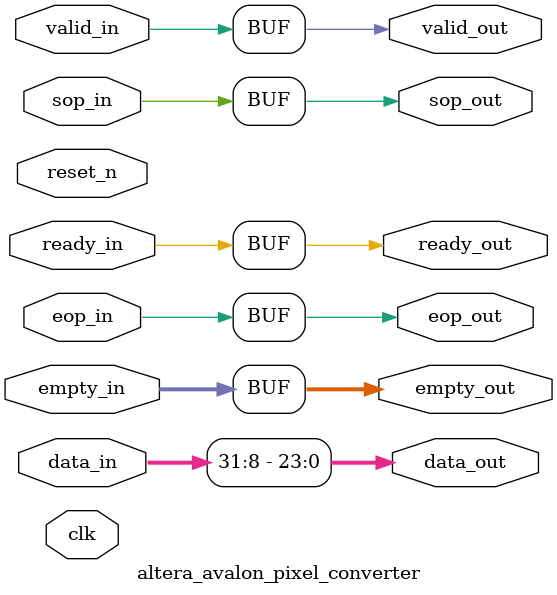
<source format=v>

module altera_avalon_pixel_converter
(
  // Global Signals
  clk,
  reset_n,

  // Avalon ST sink
  ready_out,
  valid_in,
  data_in,
  sop_in,
  eop_in,
  empty_in,

  // Avalon ST source
  ready_in,
  valid_out,
  data_out,
  sop_out,
  eop_out,
  empty_out
);

  parameter	SOURCE_SYMBOLS_PER_BEAT = 3;
  localparam 	SOURCE_EMPTY_WIDTH = (log2(SOURCE_SYMBOLS_PER_BEAT));
  // Global Signals
  input			clk;
  input 		reset_n;
  

  // Avalon ST sink
  output 		ready_out;
  input 		valid_in;
  input [31:0]	data_in;
  input 		sop_in;
  input 		eop_in;
  input [1:0]   empty_in;

  // Avalon ST source
  input 		ready_in;
  output 		valid_out;
  output [23:0]	data_out;
  output 		sop_out;
  output 		eop_out;
  output [(SOURCE_EMPTY_WIDTH - 1):0]	empty_out;

  function integer log2;
   	input [31:0]        value;
	for (log2=0; value>0; log2=log2+1)
		value = value>>1;
  endfunction

  assign ready_out = ready_in;
  assign valid_out = valid_in;
  assign sop_out = sop_in;
  assign eop_out = eop_in;
  assign empty_out = empty_in;

  assign data_out = data_in[31:8];

endmodule


// synthesis translate_off
// Testbench for the altera_avalon_pixel_converter

module test_altera_avalon_pixel_converter;
   integer      result;
   
   reg          clk;
   reg          reset_n;
   
   reg [31:0]   data_in;
   reg          valid_in;
   reg          sop_in;
   reg          eop_in;
   reg [1:0]    empty_in;
   reg          ready_in;
   
   wire [23:0]  data_out;
   wire         valid_out;
   wire         sop_out;
   wire         eop_out;
   wire [1:0]   empty_out;
   wire         ready_out;
   
   /* The DUT */
   altera_avalon_pixel_converter dut (
     // Global Signals
     .clk(clk),
     .reset_n(reset_n),
   
     // Avalon ST sink
     .ready_out(ready_out),
     .valid_in(valid_in),
     .data_in(data_in),
     .sop_in(sop_in),
     .eop_in(eop_in),
     .empty_in(empty_in),

     // Avalon ST source
     .ready_in(ready_in),
     .valid_out(valid_out),
     .data_out(data_out),
     .sop_out(sop_out),
     .eop_out(eop_out),
     .empty_out(empty_out)
   );
   
   
   
   /* Clock Generator */
   always 
   begin
      clk <= 1'b1 ; 
      #10; 
      clk <= 1'b0 ; 
      #10;
   end
   
   
      
   initial
   begin
      result <= 1;
		
		/* Reset the system */
		reset_n <= 0;
		@(negedge clk);
		reset_n <= 1;
		
		/* Testing Valid Signal */
		$display("\n### Testing Valid Signal ... ###\n");
		data_in  <= 32'h0;
      valid_in <= 1'h1;
      sop_in   <= 1'h0;
      eop_in   <= 1'h0;
      empty_in <= 2'h0;
      ready_in <= 1'h0;
      #1;
		if (data_out  == 24'h0 &&
          valid_out == 1'h1 &&
          sop_out   == 1'h0 &&
          eop_out   == 1'h0 &&
          empty_out == 2'h0 &&
          ready_out == 1'h0)
		begin
			$display("---Passed");
		end
		else
		begin
			$display("---Failed");
			result <= 0;
		end
		
		
		
		/* Testing SOP Signal */
		$display("\n### Testing SOP Signal ... ###\n");
		data_in  <= 32'h0;
      valid_in <= 1'h0;
      sop_in   <= 1'h1;
      eop_in   <= 1'h0;
      empty_in <= 2'h0;
      ready_in <= 1'h0;
      #1;
		if (data_out  == 24'h0 &&
          valid_out == 1'h0 &&
          sop_out   == 1'h1 &&
          eop_out   == 1'h0 &&
          empty_out == 2'h0 &&
          ready_out == 1'h0)
		begin
			$display("---Passed");
		end
		else
		begin
			$display("---Failed");
			result <= 0;
		end
		
		
		
		/* Testing EOP Signal */
		$display("\n### Testing EOP Signal ... ###\n");
		data_in  <= 32'h0;
      valid_in <= 1'h0;
      sop_in   <= 1'h0;
      eop_in   <= 1'h1;
      empty_in <= 2'h0;
      ready_in <= 1'h0;
      #1;
		if (data_out  == 24'h0 &&
          valid_out == 1'h0 &&
          sop_out   == 1'h0 &&
          eop_out   == 1'h1 &&
          empty_out == 2'h0 &&
          ready_out == 1'h0)
		begin
			$display("---Passed");
		end
		else
		begin
			$display("---Failed");
			result <= 0;
		end
		
		
		
		/* Testing Ready Signal */
		$display("\n### Testing Ready Signal ... ###\n");
		data_in  <= 32'h0;
      valid_in <= 1'h0;
      sop_in   <= 1'h0;
      eop_in   <= 1'h0;
      empty_in <= 2'h0;
      ready_in <= 1'h1;
      #1;
		if (data_out  == 24'h0 &&
          valid_out == 1'h0 &&
          sop_out   == 1'h0 &&
          eop_out   == 1'h0 &&
          empty_out == 2'h0 &&
          ready_out == 1'h1)
		begin
			$display("---Passed");
		end
		else
		begin
			$display("---Failed");
			result <= 0;
		end
		
		
		
		/* Testing Data Signal */
		$display("\n### Testing Data Signal ... ###\n");
		data_in  <= 32'h11223344;
      valid_in <= 1'h0;
      sop_in   <= 1'h0;
      eop_in   <= 1'h0;
      empty_in <= 2'h0;
      ready_in <= 1'h0;
      #1;
		if (data_out  == 24'h112233 &&
          valid_out == 1'h0 &&
          sop_out   == 1'h0 &&
          eop_out   == 1'h0 &&
          empty_out == 2'h0 &&
          ready_out == 1'h0)
		begin
			$display("---Passed");
		end
		else
		begin
			$display("---Failed");
			result <= 0;
		end
		
		
		
		/* Display overall result */
		#1;
		if (result == 1)
		begin
			$display("\n\n------ Simulation Passed ------\n\n");
		end
		else
		begin
			$display("\n\n------ Simulation Failed ------\n\n");
		end
		
		
		$stop;
		
       
   end
   
   

endmodule

// synthesis translate_on

</source>
